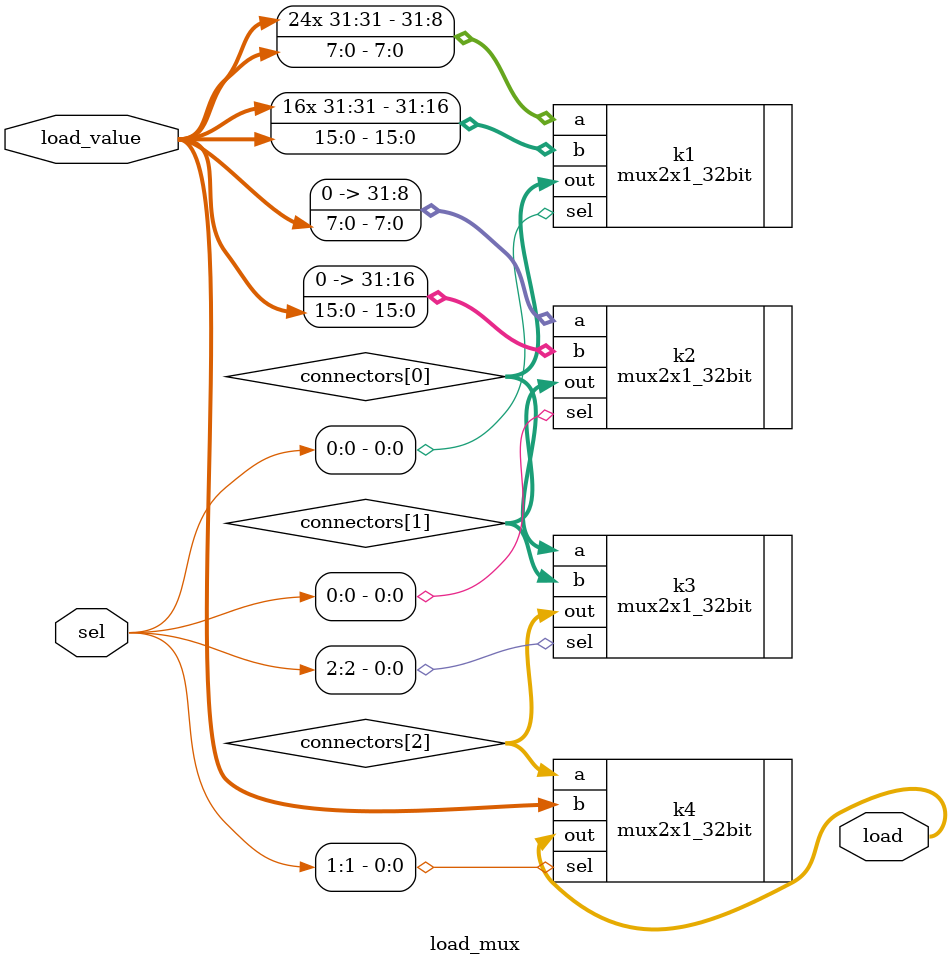
<source format=v>
`include "elements.v"

module load_mux(input [2:0] sel, 
    input [31:0] load_value,
    output [31:0] load);

// 000 - LB
// 001 - LH
// 010 - LW
// 100 - LBU
// 101 - LHU
wire [31:0] connectors [0:3];


mux2x1_32bit k1(.a({{24{load_value[31]}},load_value[7:0]}),.b({{16{load_value[31]}},load_value[15:0]}),.sel(sel[0]),.out(connectors[0]));
mux2x1_32bit k2(.a({24'b0,load_value[7:0]}),.b({16'b0,load_value[15:0]}),.sel(sel[0]),.out(connectors[1]));
mux2x1_32bit k3(.a(connectors[0]),.b(connectors[1]),.sel(sel[2]),.out(connectors[2]));
mux2x1_32bit k4(.a(connectors[2]),.b(load_value),.sel(sel[1]),.out(load));

endmodule
</source>
